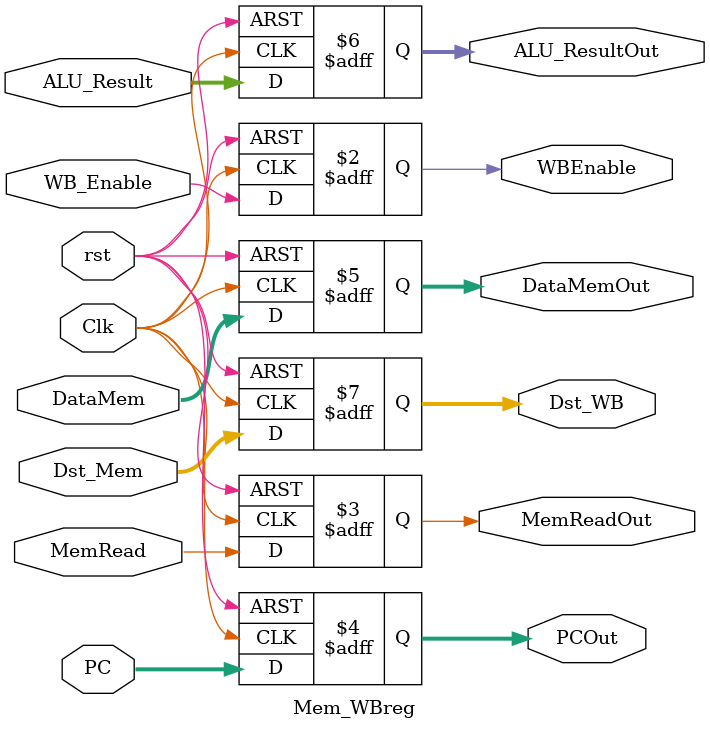
<source format=v>

module Mem_WBreg(rst,
                WB_Enable,
                MemRead,
                PC,
                ALU_Result,
                DataMem,
                Dst_Mem,    
                Clk,
                WBEnable,
                MemReadOut,
                PCOut,
                ALU_ResultOut,
                DataMemOut,
                Dst_WB);
  
  input rst,Clk,WB_Enable,MemRead;
  input[9:0] PC;
  input[15:0] DataMem;
  input[15:0] ALU_Result;
  input[3:0] Dst_Mem;
  
  output reg WBEnable,MemReadOut;
  output reg [9:0] PCOut;
  output reg [15:0] DataMemOut;
  output reg [15:0] ALU_ResultOut;
  output reg [3:0] Dst_WB;
  
  always@(posedge Clk, posedge rst) begin
      if(rst) begin
        WBEnable <= 0;
        MemReadOut <= 0;
        PCOut <= 0;
        DataMemOut <= 0;
        ALU_ResultOut <= 0;
        Dst_WB <= 0;
      end
      else begin
        WBEnable<=WB_Enable;
        MemReadOut<=MemRead;
        DataMemOut<=DataMem;
        PCOut<=PC;
        ALU_ResultOut<=ALU_Result;
        Dst_WB <= Dst_Mem;
      end
  end

endmodule


</source>
